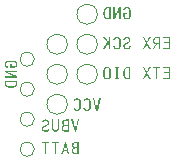
<source format=gbr>
%TF.GenerationSoftware,KiCad,Pcbnew,9.0.2*%
%TF.CreationDate,2025-06-15T10:44:02-04:00*%
%TF.ProjectId,WristWatch,57726973-7457-4617-9463-682e6b696361,rev?*%
%TF.SameCoordinates,Original*%
%TF.FileFunction,Legend,Bot*%
%TF.FilePolarity,Positive*%
%FSLAX46Y46*%
G04 Gerber Fmt 4.6, Leading zero omitted, Abs format (unit mm)*
G04 Created by KiCad (PCBNEW 9.0.2) date 2025-06-15 10:44:02*
%MOMM*%
%LPD*%
G01*
G04 APERTURE LIST*
%ADD10C,0.100000*%
%ADD11C,0.120000*%
G04 APERTURE END LIST*
D10*
G36*
X-8323225Y-4225000D02*
G01*
X-8598853Y-4225000D01*
X-8682750Y-4219443D01*
X-8724080Y-4211373D01*
X-8763900Y-4198438D01*
X-8801779Y-4180473D01*
X-8837356Y-4157161D01*
X-8869089Y-4128937D01*
X-8895425Y-4096284D01*
X-8915692Y-4059637D01*
X-8929008Y-4019347D01*
X-8936396Y-3977256D01*
X-8938839Y-3935389D01*
X-8938748Y-3933984D01*
X-8822702Y-3933984D01*
X-8816412Y-3988572D01*
X-8807779Y-4015311D01*
X-8794736Y-4038948D01*
X-8777532Y-4059782D01*
X-8756206Y-4078087D01*
X-8707236Y-4104710D01*
X-8654113Y-4118021D01*
X-8598853Y-4121502D01*
X-8439362Y-4121502D01*
X-8439362Y-3743719D01*
X-8598853Y-3743719D01*
X-8654113Y-3747260D01*
X-8707236Y-3760572D01*
X-8756206Y-3787133D01*
X-8777473Y-3805532D01*
X-8794736Y-3827006D01*
X-8807805Y-3851207D01*
X-8816412Y-3878053D01*
X-8822702Y-3933984D01*
X-8938748Y-3933984D01*
X-8936234Y-3895002D01*
X-8928337Y-3854300D01*
X-8914289Y-3815529D01*
X-8893349Y-3780844D01*
X-8866315Y-3750463D01*
X-8833876Y-3724851D01*
X-8797764Y-3704354D01*
X-8759748Y-3689192D01*
X-8790672Y-3673114D01*
X-8819160Y-3652800D01*
X-8844240Y-3628582D01*
X-8864650Y-3601020D01*
X-8879989Y-3570370D01*
X-8889807Y-3536662D01*
X-8896685Y-3469556D01*
X-8782096Y-3469556D01*
X-8777211Y-3517123D01*
X-8760420Y-3561880D01*
X-8746969Y-3581456D01*
X-8730378Y-3598211D01*
X-8690505Y-3623429D01*
X-8645687Y-3637412D01*
X-8598853Y-3641625D01*
X-8439362Y-3641625D01*
X-8439362Y-3298831D01*
X-8598853Y-3298831D01*
X-8645687Y-3303044D01*
X-8690505Y-3316355D01*
X-8730378Y-3341573D01*
X-8746998Y-3358883D01*
X-8760420Y-3378637D01*
X-8777211Y-3422662D01*
X-8782096Y-3469556D01*
X-8896685Y-3469556D01*
X-8896829Y-3468152D01*
X-8889136Y-3391215D01*
X-8878452Y-3354620D01*
X-8861841Y-3320568D01*
X-8839702Y-3289811D01*
X-8812199Y-3263171D01*
X-8780816Y-3240924D01*
X-8747108Y-3223299D01*
X-8711468Y-3210370D01*
X-8674385Y-3202355D01*
X-8598853Y-3196737D01*
X-8323225Y-3196737D01*
X-8323225Y-4225000D01*
G37*
G36*
X-9123303Y-4225000D02*
G01*
X-9243593Y-4225000D01*
X-9307951Y-3963354D01*
X-9610140Y-3963354D01*
X-9674498Y-4225000D01*
X-9794788Y-4225000D01*
X-9699771Y-3861261D01*
X-9584983Y-3861261D01*
X-9333169Y-3861261D01*
X-9412914Y-3539471D01*
X-9435934Y-3443667D01*
X-9459076Y-3346397D01*
X-9482096Y-3443667D01*
X-9505238Y-3539471D01*
X-9584983Y-3861261D01*
X-9699771Y-3861261D01*
X-9526182Y-3196737D01*
X-9391909Y-3196737D01*
X-9123303Y-4225000D01*
G37*
G36*
X-10240898Y-4225000D02*
G01*
X-10240898Y-3298831D01*
X-9993296Y-3298831D01*
X-9993296Y-3196737D01*
X-10603232Y-3196737D01*
X-10603232Y-3298831D01*
X-10355631Y-3298831D01*
X-10355631Y-4225000D01*
X-10240898Y-4225000D01*
G37*
G36*
X-11080116Y-4225000D02*
G01*
X-11080116Y-3298831D01*
X-10832515Y-3298831D01*
X-10832515Y-3196737D01*
X-11442450Y-3196737D01*
X-11442450Y-3298831D01*
X-11194849Y-3298831D01*
X-11194849Y-4225000D01*
X-11080116Y-4225000D01*
G37*
G36*
X-8552691Y-2320000D02*
G01*
X-8284085Y-1291737D01*
X-8404375Y-1291737D01*
X-8573696Y-1977266D01*
X-8596716Y-2073070D01*
X-8619858Y-2170279D01*
X-8642878Y-2073070D01*
X-8666020Y-1977266D01*
X-8835280Y-1291737D01*
X-8955570Y-1291737D01*
X-8686964Y-2320000D01*
X-8552691Y-2320000D01*
G37*
G36*
X-9162443Y-2320000D02*
G01*
X-9438071Y-2320000D01*
X-9521969Y-2314443D01*
X-9563299Y-2306373D01*
X-9603118Y-2293438D01*
X-9640997Y-2275473D01*
X-9676575Y-2252161D01*
X-9708307Y-2223937D01*
X-9734643Y-2191284D01*
X-9754910Y-2154637D01*
X-9768227Y-2114347D01*
X-9775615Y-2072256D01*
X-9778057Y-2030389D01*
X-9777966Y-2028984D01*
X-9661920Y-2028984D01*
X-9655631Y-2083572D01*
X-9646997Y-2110311D01*
X-9633954Y-2133948D01*
X-9616750Y-2154782D01*
X-9595425Y-2173087D01*
X-9546454Y-2199710D01*
X-9493331Y-2213021D01*
X-9438071Y-2216502D01*
X-9278581Y-2216502D01*
X-9278581Y-1838719D01*
X-9438071Y-1838719D01*
X-9493331Y-1842260D01*
X-9546454Y-1855572D01*
X-9595425Y-1882133D01*
X-9616691Y-1900532D01*
X-9633954Y-1922006D01*
X-9647024Y-1946207D01*
X-9655631Y-1973053D01*
X-9661920Y-2028984D01*
X-9777966Y-2028984D01*
X-9775452Y-1990002D01*
X-9767555Y-1949300D01*
X-9753507Y-1910529D01*
X-9732567Y-1875844D01*
X-9705534Y-1845463D01*
X-9673094Y-1819851D01*
X-9636982Y-1799354D01*
X-9598966Y-1784192D01*
X-9629890Y-1768114D01*
X-9658378Y-1747800D01*
X-9683458Y-1723582D01*
X-9703869Y-1696020D01*
X-9719207Y-1665370D01*
X-9729026Y-1631662D01*
X-9735904Y-1564556D01*
X-9621315Y-1564556D01*
X-9616430Y-1612123D01*
X-9599638Y-1656880D01*
X-9586187Y-1676456D01*
X-9569596Y-1693211D01*
X-9529723Y-1718429D01*
X-9484905Y-1732412D01*
X-9438071Y-1736625D01*
X-9278581Y-1736625D01*
X-9278581Y-1393831D01*
X-9438071Y-1393831D01*
X-9484905Y-1398044D01*
X-9529723Y-1411355D01*
X-9569596Y-1436573D01*
X-9586216Y-1453883D01*
X-9599638Y-1473637D01*
X-9616430Y-1517662D01*
X-9621315Y-1564556D01*
X-9735904Y-1564556D01*
X-9736048Y-1563152D01*
X-9728354Y-1486215D01*
X-9717670Y-1449620D01*
X-9701060Y-1415568D01*
X-9678921Y-1384811D01*
X-9651417Y-1358171D01*
X-9620034Y-1335924D01*
X-9586327Y-1318299D01*
X-9550687Y-1305370D01*
X-9513603Y-1297355D01*
X-9438071Y-1291737D01*
X-9162443Y-1291737D01*
X-9162443Y-2320000D01*
G37*
G36*
X-10298295Y-2331174D02*
G01*
X-10219221Y-2324152D01*
X-10180352Y-2314365D01*
X-10143689Y-2298995D01*
X-10109819Y-2278224D01*
X-10079331Y-2252161D01*
X-10053367Y-2221640D01*
X-10033108Y-2187803D01*
X-10018259Y-2151272D01*
X-10008623Y-2112943D01*
X-10001662Y-2033197D01*
X-10001662Y-1291737D01*
X-10117799Y-1291737D01*
X-10117799Y-2033197D01*
X-10121280Y-2083572D01*
X-10135263Y-2131810D01*
X-10162557Y-2174492D01*
X-10180669Y-2192250D01*
X-10201025Y-2205999D01*
X-10247859Y-2222791D01*
X-10298295Y-2227676D01*
X-10348609Y-2222791D01*
X-10395503Y-2205999D01*
X-10415859Y-2192250D01*
X-10433972Y-2174492D01*
X-10461266Y-2131810D01*
X-10475249Y-2083572D01*
X-10478729Y-2033197D01*
X-10478729Y-1291737D01*
X-10594867Y-1291737D01*
X-10594867Y-2033197D01*
X-10587845Y-2112943D01*
X-10578240Y-2151267D01*
X-10563359Y-2187803D01*
X-10543148Y-2221637D01*
X-10517197Y-2252161D01*
X-10486750Y-2278217D01*
X-10452839Y-2298995D01*
X-10416176Y-2314365D01*
X-10377307Y-2324152D01*
X-10298295Y-2331174D01*
G37*
G36*
X-11136109Y-2331174D02*
G01*
X-11061248Y-2326289D01*
X-11024603Y-2319333D01*
X-10988464Y-2308154D01*
X-10954026Y-2292568D01*
X-10922030Y-2272433D01*
X-10893631Y-2247864D01*
X-10870250Y-2219249D01*
X-10851775Y-2187172D01*
X-10838071Y-2152144D01*
X-10829686Y-2115368D01*
X-10826897Y-2077955D01*
X-10826897Y-2068185D01*
X-10943035Y-2068185D01*
X-10943035Y-2073742D01*
X-10947023Y-2107914D01*
X-10959094Y-2140908D01*
X-10978410Y-2170205D01*
X-11003851Y-2193421D01*
X-11033957Y-2210388D01*
X-11066805Y-2220715D01*
X-11136109Y-2227676D01*
X-11206695Y-2219982D01*
X-11240602Y-2208735D01*
X-11270381Y-2190612D01*
X-11295282Y-2166251D01*
X-11314406Y-2136085D01*
X-11326503Y-2102273D01*
X-11330526Y-2066781D01*
X-11325866Y-2029921D01*
X-11311658Y-1994057D01*
X-11290051Y-1961555D01*
X-11263420Y-1934584D01*
X-11232672Y-1912222D01*
X-11199062Y-1894040D01*
X-11128354Y-1863265D01*
X-11058439Y-1832491D01*
X-10992005Y-1795366D01*
X-10931800Y-1747800D01*
X-10905717Y-1719784D01*
X-10883562Y-1689059D01*
X-10865617Y-1655628D01*
X-10852054Y-1619084D01*
X-10843644Y-1581104D01*
X-10840880Y-1543551D01*
X-10843325Y-1506101D01*
X-10850650Y-1469424D01*
X-10862953Y-1434198D01*
X-10880081Y-1401585D01*
X-10902035Y-1371935D01*
X-10929052Y-1345593D01*
X-10959742Y-1323504D01*
X-10992677Y-1306453D01*
X-11027663Y-1294016D01*
X-11064057Y-1286120D01*
X-11138917Y-1280502D01*
X-11212312Y-1285448D01*
X-11248771Y-1292621D01*
X-11283692Y-1304316D01*
X-11316690Y-1320552D01*
X-11347318Y-1341379D01*
X-11374504Y-1366432D01*
X-11397021Y-1395235D01*
X-11414659Y-1427227D01*
X-11427063Y-1461730D01*
X-11434447Y-1497635D01*
X-11436894Y-1533721D01*
X-11436894Y-1543551D01*
X-11320756Y-1543551D01*
X-11320756Y-1537934D01*
X-11317281Y-1504981D01*
X-11306773Y-1472904D01*
X-11289587Y-1443982D01*
X-11266168Y-1420453D01*
X-11237914Y-1402806D01*
X-11206023Y-1391755D01*
X-11138917Y-1384061D01*
X-11105359Y-1386142D01*
X-11071018Y-1392487D01*
X-11038572Y-1404229D01*
X-11010140Y-1422529D01*
X-10986828Y-1446874D01*
X-10969596Y-1477117D01*
X-10959057Y-1510399D01*
X-10955613Y-1543551D01*
X-10960312Y-1581583D01*
X-10974481Y-1617679D01*
X-10995994Y-1650237D01*
X-11022047Y-1677152D01*
X-11052344Y-1699457D01*
X-11086405Y-1717758D01*
X-11157053Y-1748532D01*
X-11227028Y-1779307D01*
X-11294195Y-1816371D01*
X-11354340Y-1863937D01*
X-11380423Y-1891952D01*
X-11402578Y-1922677D01*
X-11420589Y-1956008D01*
X-11434085Y-1991920D01*
X-11442482Y-2029275D01*
X-11445259Y-2066781D01*
X-11442624Y-2105483D01*
X-11434757Y-2143046D01*
X-11421671Y-2178897D01*
X-11403310Y-2212288D01*
X-11379902Y-2242334D01*
X-11351531Y-2268281D01*
X-11319579Y-2289662D01*
X-11285769Y-2306017D01*
X-11250047Y-2317856D01*
X-11212312Y-2325556D01*
X-11136109Y-2331174D01*
G37*
G36*
X-6724909Y-542000D02*
G01*
X-6456303Y486262D01*
X-6576593Y486262D01*
X-6745914Y-199266D01*
X-6768934Y-295070D01*
X-6792076Y-392279D01*
X-6815096Y-295070D01*
X-6838238Y-199266D01*
X-7007498Y486262D01*
X-7127788Y486262D01*
X-6859182Y-542000D01*
X-6724909Y-542000D01*
G37*
G36*
X-7627081Y-553174D02*
G01*
X-7546603Y-546152D01*
X-7507588Y-536561D01*
X-7470338Y-521727D01*
X-7435814Y-501471D01*
X-7404637Y-475565D01*
X-7377828Y-445061D01*
X-7356338Y-411207D01*
X-7340435Y-374459D01*
X-7330448Y-335614D01*
X-7323487Y-255197D01*
X-7323487Y199460D01*
X-7330448Y279938D01*
X-7340437Y318773D01*
X-7356338Y355470D01*
X-7377828Y389323D01*
X-7404637Y419828D01*
X-7435821Y445769D01*
X-7470338Y465990D01*
X-7507587Y480838D01*
X-7546603Y490475D01*
X-7627081Y497497D01*
X-7701880Y492551D01*
X-7738436Y485397D01*
X-7773932Y473683D01*
X-7807672Y457441D01*
X-7839023Y436620D01*
X-7866706Y411391D01*
X-7889398Y382031D01*
X-7907205Y349399D01*
X-7920172Y314193D01*
X-7928052Y277448D01*
X-7930675Y240065D01*
X-7930675Y234448D01*
X-7814537Y234448D01*
X-7814537Y238661D01*
X-7810905Y271684D01*
X-7799822Y304423D01*
X-7781937Y333882D01*
X-7757873Y357546D01*
X-7728911Y375189D01*
X-7696324Y386244D01*
X-7627081Y393938D01*
X-7575973Y389725D01*
X-7550951Y383434D01*
X-7527735Y372933D01*
X-7487191Y341487D01*
X-7470861Y321482D01*
X-7458492Y299538D01*
X-7443777Y251239D01*
X-7439625Y199460D01*
X-7439625Y-255197D01*
X-7443777Y-306977D01*
X-7458492Y-355215D01*
X-7470858Y-377169D01*
X-7487191Y-397225D01*
X-7527735Y-428671D01*
X-7550946Y-439140D01*
X-7575973Y-445463D01*
X-7627081Y-449676D01*
X-7696324Y-441982D01*
X-7728911Y-430927D01*
X-7757873Y-413284D01*
X-7781940Y-389571D01*
X-7799822Y-360100D01*
X-7810907Y-327368D01*
X-7814537Y-294398D01*
X-7814537Y-290185D01*
X-7930675Y-290185D01*
X-7930675Y-295742D01*
X-7928051Y-333178D01*
X-7920172Y-369930D01*
X-7907207Y-405146D01*
X-7889398Y-437830D01*
X-7866710Y-467140D01*
X-7839023Y-492357D01*
X-7807672Y-513179D01*
X-7773932Y-529421D01*
X-7738436Y-541135D01*
X-7701880Y-548289D01*
X-7627081Y-553174D01*
G37*
G36*
X-8466299Y-553174D02*
G01*
X-8385821Y-546152D01*
X-8346806Y-536561D01*
X-8309557Y-521727D01*
X-8275032Y-501471D01*
X-8243855Y-475565D01*
X-8217046Y-445061D01*
X-8195556Y-411207D01*
X-8179653Y-374459D01*
X-8169667Y-335614D01*
X-8162706Y-255197D01*
X-8162706Y199460D01*
X-8169667Y279938D01*
X-8179655Y318773D01*
X-8195556Y355470D01*
X-8217046Y389323D01*
X-8243855Y419828D01*
X-8275039Y445769D01*
X-8309557Y465990D01*
X-8346805Y480838D01*
X-8385821Y490475D01*
X-8466299Y497497D01*
X-8541099Y492551D01*
X-8577654Y485397D01*
X-8613151Y473683D01*
X-8646891Y457441D01*
X-8678241Y436620D01*
X-8705924Y411391D01*
X-8728616Y382031D01*
X-8746423Y349399D01*
X-8759391Y314193D01*
X-8767270Y277448D01*
X-8769893Y240065D01*
X-8769893Y234448D01*
X-8653756Y234448D01*
X-8653756Y238661D01*
X-8650124Y271684D01*
X-8639040Y304423D01*
X-8621155Y333882D01*
X-8597092Y357546D01*
X-8568129Y375189D01*
X-8535542Y386244D01*
X-8466299Y393938D01*
X-8415192Y389725D01*
X-8390169Y383434D01*
X-8366954Y372933D01*
X-8326409Y341487D01*
X-8310079Y321482D01*
X-8297711Y299538D01*
X-8282995Y251239D01*
X-8278843Y199460D01*
X-8278843Y-255197D01*
X-8282995Y-306977D01*
X-8297711Y-355215D01*
X-8310076Y-377169D01*
X-8326409Y-397225D01*
X-8366954Y-428671D01*
X-8390165Y-439140D01*
X-8415192Y-445463D01*
X-8466299Y-449676D01*
X-8535542Y-441982D01*
X-8568129Y-430927D01*
X-8597092Y-413284D01*
X-8621158Y-389571D01*
X-8639040Y-360100D01*
X-8650125Y-327368D01*
X-8653756Y-294398D01*
X-8653756Y-290185D01*
X-8769893Y-290185D01*
X-8769893Y-295742D01*
X-8767269Y-333178D01*
X-8759391Y-369930D01*
X-8746426Y-405146D01*
X-8728616Y-437830D01*
X-8705928Y-467140D01*
X-8678241Y-492357D01*
X-8646891Y-513179D01*
X-8613151Y-529421D01*
X-8577654Y-541135D01*
X-8541099Y-548289D01*
X-8466299Y-553174D01*
G37*
G36*
X-609805Y2125000D02*
G01*
X-609805Y3153262D01*
X-1191775Y3153262D01*
X-1191775Y3051168D01*
X-725881Y3051168D01*
X-725881Y2711182D01*
X-1102260Y2711182D01*
X-1102260Y2607684D01*
X-725881Y2607684D01*
X-725881Y2228497D01*
X-1191775Y2228497D01*
X-1191775Y2125000D01*
X-609805Y2125000D01*
G37*
G36*
X-1677024Y2125000D02*
G01*
X-1677024Y3051168D01*
X-1429423Y3051168D01*
X-1429423Y3153262D01*
X-2039358Y3153262D01*
X-2039358Y3051168D01*
X-1791757Y3051168D01*
X-1791757Y2125000D01*
X-1677024Y2125000D01*
G37*
G36*
X-2383375Y2125000D02*
G01*
X-2254659Y2125000D01*
X-2513434Y2638459D01*
X-2254659Y3153262D01*
X-2383375Y3153262D01*
X-2573640Y2761557D01*
X-2763905Y3153262D01*
X-2892621Y3153262D01*
X-2633784Y2638459D01*
X-2892621Y2125000D01*
X-2763905Y2125000D01*
X-2573640Y2516704D01*
X-2383375Y2125000D01*
G37*
G36*
X-3955444Y2125000D02*
G01*
X-4190466Y2125000D01*
X-4261846Y2129884D01*
X-4296223Y2137205D01*
X-4329685Y2149485D01*
X-4361542Y2165949D01*
X-4391234Y2185877D01*
X-4418551Y2208964D01*
X-4443013Y2234787D01*
X-4484290Y2293527D01*
X-4515737Y2357885D01*
X-4537413Y2425785D01*
X-4550724Y2496432D01*
X-4557746Y2567751D01*
X-4559823Y2639863D01*
X-4443746Y2639863D01*
X-4442342Y2584542D01*
X-4438129Y2530687D01*
X-4430435Y2477503D01*
X-4417124Y2425052D01*
X-4397523Y2374005D01*
X-4371633Y2326439D01*
X-4337378Y2285162D01*
X-4294697Y2252311D01*
X-4270646Y2240619D01*
X-4244322Y2233382D01*
X-4190466Y2228497D01*
X-4071581Y2228497D01*
X-4071581Y3051168D01*
X-4190466Y3051168D01*
X-4244322Y3045551D01*
X-4270660Y3037804D01*
X-4294697Y3025950D01*
X-4337378Y2993100D01*
X-4371633Y2951823D01*
X-4397523Y2904256D01*
X-4417124Y2853210D01*
X-4430435Y2800697D01*
X-4438129Y2747575D01*
X-4442342Y2693719D01*
X-4443746Y2639863D01*
X-4559823Y2639863D01*
X-4557746Y2710450D01*
X-4550724Y2781830D01*
X-4537413Y2852477D01*
X-4515737Y2920315D01*
X-4484290Y2984673D01*
X-4443013Y3043475D01*
X-4418547Y3069347D01*
X-4391234Y3092445D01*
X-4361539Y3112360D01*
X-4329685Y3128777D01*
X-4296223Y3141057D01*
X-4261846Y3148377D01*
X-4190466Y3153262D01*
X-3955444Y3153262D01*
X-3955444Y2125000D01*
G37*
G36*
X-4899625Y2125000D02*
G01*
X-4899625Y2228497D01*
X-5033898Y2228497D01*
X-5033898Y3051168D01*
X-4899625Y3051168D01*
X-4899625Y3153262D01*
X-5282965Y3153262D01*
X-5282965Y3051168D01*
X-5148631Y3051168D01*
X-5148631Y2228497D01*
X-5282965Y2228497D01*
X-5282965Y2125000D01*
X-4899625Y2125000D01*
G37*
G36*
X-5849303Y3157475D02*
G01*
X-5809675Y3147973D01*
X-5772366Y3133661D01*
X-5737749Y3114046D01*
X-5705932Y3088232D01*
X-5678584Y3057682D01*
X-5656961Y3023874D01*
X-5640926Y2987089D01*
X-5630400Y2947609D01*
X-5622706Y2866460D01*
X-5622706Y2411802D01*
X-5630400Y2330652D01*
X-5640921Y2291216D01*
X-5656961Y2254387D01*
X-5678584Y2220579D01*
X-5705932Y2190029D01*
X-5737742Y2164251D01*
X-5772366Y2144600D01*
X-5809676Y2130303D01*
X-5849303Y2120847D01*
X-5930513Y2113825D01*
X-6011602Y2120847D01*
X-6051272Y2130307D01*
X-6088538Y2144600D01*
X-6123214Y2164255D01*
X-6155034Y2190029D01*
X-6182418Y2220586D01*
X-6204004Y2254387D01*
X-6220044Y2291216D01*
X-6230566Y2330652D01*
X-6238259Y2411802D01*
X-6238259Y2866460D01*
X-6122183Y2866460D01*
X-6122183Y2411802D01*
X-6117970Y2359351D01*
X-6102521Y2310380D01*
X-6089499Y2288442D01*
X-6072480Y2268370D01*
X-6052490Y2251192D01*
X-6030531Y2237595D01*
X-6006873Y2227644D01*
X-5982232Y2221536D01*
X-5930513Y2217323D01*
X-5878673Y2221536D01*
X-5854084Y2227641D01*
X-5830435Y2237595D01*
X-5808475Y2251192D01*
X-5788486Y2268370D01*
X-5771453Y2288439D01*
X-5758383Y2310380D01*
X-5742996Y2359351D01*
X-5738844Y2411802D01*
X-5738844Y2866460D01*
X-5742996Y2918911D01*
X-5758383Y2967882D01*
X-5771460Y2989862D01*
X-5788486Y3009891D01*
X-5808475Y3027069D01*
X-5830435Y3040666D01*
X-5854088Y3050652D01*
X-5878673Y3056725D01*
X-5930513Y3060938D01*
X-5982232Y3056725D01*
X-6006869Y3050650D01*
X-6030531Y3040666D01*
X-6052490Y3027069D01*
X-6072480Y3009891D01*
X-6089492Y2989860D01*
X-6102521Y2967882D01*
X-6117970Y2918911D01*
X-6122183Y2866460D01*
X-6238259Y2866460D01*
X-6230566Y2947609D01*
X-6220040Y2987089D01*
X-6204004Y3023874D01*
X-6182418Y3057675D01*
X-6155034Y3088232D01*
X-6123207Y3114042D01*
X-6088538Y3133661D01*
X-6051273Y3147969D01*
X-6011602Y3157475D01*
X-5930513Y3164497D01*
X-5849303Y3157475D01*
G37*
G36*
X-13543825Y3384713D02*
G01*
X-13550847Y3465130D01*
X-13560438Y3504145D01*
X-13575272Y3541395D01*
X-13595564Y3575849D01*
X-13621434Y3606485D01*
X-13651889Y3632708D01*
X-13685792Y3654052D01*
X-13722540Y3669954D01*
X-13761385Y3679941D01*
X-13841802Y3686902D01*
X-14296460Y3686902D01*
X-14376938Y3679941D01*
X-14415773Y3669952D01*
X-14452470Y3654052D01*
X-14486323Y3632562D01*
X-14516828Y3605753D01*
X-14542769Y3574569D01*
X-14562990Y3540051D01*
X-14577838Y3502803D01*
X-14587475Y3463786D01*
X-14594497Y3383308D01*
X-14589551Y3308509D01*
X-14582397Y3271954D01*
X-14570683Y3236457D01*
X-14554441Y3202717D01*
X-14533620Y3171367D01*
X-14508391Y3143684D01*
X-14479031Y3120992D01*
X-14446399Y3103185D01*
X-14411193Y3090217D01*
X-14374448Y3082338D01*
X-14337065Y3079714D01*
X-14331448Y3079714D01*
X-14331448Y3195852D01*
X-14335661Y3195852D01*
X-14368684Y3199484D01*
X-14401423Y3210568D01*
X-14430882Y3228453D01*
X-14454546Y3252516D01*
X-14472189Y3281479D01*
X-14483244Y3314066D01*
X-14490938Y3383308D01*
X-14486725Y3434416D01*
X-14480434Y3459438D01*
X-14469933Y3482654D01*
X-14438487Y3523198D01*
X-14418482Y3539528D01*
X-14396538Y3551897D01*
X-14348239Y3566613D01*
X-14296460Y3570765D01*
X-13841802Y3570765D01*
X-13790022Y3566613D01*
X-13741784Y3551897D01*
X-13719780Y3539680D01*
X-13699774Y3523931D01*
X-13682471Y3505191D01*
X-13668328Y3484059D01*
X-13657862Y3460839D01*
X-13651536Y3435760D01*
X-13647323Y3384713D01*
X-13651536Y3333666D01*
X-13657864Y3308596D01*
X-13668328Y3285428D01*
X-13682478Y3264256D01*
X-13699774Y3245555D01*
X-13719785Y3229758D01*
X-13741784Y3217529D01*
X-13790022Y3202874D01*
X-13841802Y3198661D01*
X-14012466Y3198661D01*
X-14012466Y3379095D01*
X-14116025Y3379095D01*
X-14116025Y3082523D01*
X-13841802Y3082523D01*
X-13761385Y3089545D01*
X-13722545Y3099500D01*
X-13685792Y3115435D01*
X-13651895Y3136743D01*
X-13621434Y3163001D01*
X-13595567Y3193588D01*
X-13575272Y3228031D01*
X-13560438Y3265281D01*
X-13550847Y3304296D01*
X-13543825Y3384713D01*
G37*
G36*
X-13555000Y2836510D02*
G01*
X-14583262Y2836510D01*
X-14583262Y2693811D01*
X-13720108Y2345459D01*
X-13945300Y2353825D01*
X-14171957Y2359442D01*
X-14583262Y2359442D01*
X-14583262Y2243305D01*
X-13555000Y2243305D01*
X-13555000Y2386004D01*
X-14418215Y2734355D01*
X-14192962Y2725990D01*
X-13966304Y2720372D01*
X-13555000Y2720372D01*
X-13555000Y2836510D01*
G37*
G36*
X-13555000Y1762269D02*
G01*
X-13559884Y1690889D01*
X-13567205Y1656511D01*
X-13579485Y1623050D01*
X-13595949Y1591193D01*
X-13615877Y1561501D01*
X-13638964Y1534184D01*
X-13664787Y1509721D01*
X-13723527Y1468444D01*
X-13787885Y1436998D01*
X-13855785Y1415322D01*
X-13926432Y1402010D01*
X-13997751Y1394988D01*
X-14069863Y1392912D01*
X-14140450Y1394988D01*
X-14211830Y1402010D01*
X-14282477Y1415322D01*
X-14350315Y1436998D01*
X-14414673Y1468444D01*
X-14473475Y1509721D01*
X-14499347Y1534188D01*
X-14522445Y1561501D01*
X-14542360Y1591196D01*
X-14558777Y1623050D01*
X-14571057Y1656511D01*
X-14578377Y1690889D01*
X-14583262Y1762269D01*
X-14481168Y1762269D01*
X-14475551Y1708413D01*
X-14467804Y1682075D01*
X-14455950Y1658038D01*
X-14423100Y1615357D01*
X-14381823Y1581101D01*
X-14334256Y1555212D01*
X-14283210Y1535611D01*
X-14230697Y1522300D01*
X-14177575Y1514606D01*
X-14123719Y1510393D01*
X-14069863Y1508989D01*
X-14014542Y1510393D01*
X-13960687Y1514606D01*
X-13907503Y1522300D01*
X-13855052Y1535611D01*
X-13804005Y1555212D01*
X-13756439Y1581101D01*
X-13715162Y1615357D01*
X-13682311Y1658038D01*
X-13670619Y1682088D01*
X-13663382Y1708413D01*
X-13658497Y1762269D01*
X-13658497Y1881154D01*
X-14481168Y1881154D01*
X-14481168Y1762269D01*
X-14583262Y1762269D01*
X-14583262Y1997291D01*
X-13555000Y1997291D01*
X-13555000Y1762269D01*
G37*
G36*
X-609805Y4665000D02*
G01*
X-609805Y5693262D01*
X-1191775Y5693262D01*
X-1191775Y5591168D01*
X-725881Y5591168D01*
X-725881Y5251182D01*
X-1102260Y5251182D01*
X-1102260Y5147684D01*
X-725881Y5147684D01*
X-725881Y4768497D01*
X-1191775Y4768497D01*
X-1191775Y4665000D01*
X-609805Y4665000D01*
G37*
G36*
X-1437788Y4665000D02*
G01*
X-1553926Y4665000D01*
X-1553926Y5087479D01*
X-1704990Y5087479D01*
X-1935861Y4665000D01*
X-2064577Y4665000D01*
X-1830958Y5091692D01*
X-1878291Y5105980D01*
X-1923221Y5129488D01*
X-1962740Y5161083D01*
X-1993929Y5199403D01*
X-2016982Y5243251D01*
X-2031665Y5291055D01*
X-2039564Y5340740D01*
X-2042167Y5389668D01*
X-1926091Y5389668D01*
X-1923282Y5341430D01*
X-1912047Y5293864D01*
X-1888966Y5250450D01*
X-1872863Y5231722D01*
X-1853978Y5216195D01*
X-1832821Y5204135D01*
X-1809892Y5195922D01*
X-1760983Y5189633D01*
X-1553926Y5189633D01*
X-1553926Y5591168D01*
X-1760983Y5591168D01*
X-1809892Y5584879D01*
X-1832817Y5576653D01*
X-1853978Y5564546D01*
X-1872863Y5549019D01*
X-1888966Y5530291D01*
X-1912047Y5486938D01*
X-1923282Y5439371D01*
X-1926091Y5389668D01*
X-2042167Y5389668D01*
X-2035878Y5468009D01*
X-2027286Y5506423D01*
X-2014201Y5542869D01*
X-1996085Y5577045D01*
X-1972192Y5608632D01*
X-1943756Y5636192D01*
X-1912047Y5658274D01*
X-1877229Y5674851D01*
X-1839324Y5685568D01*
X-1760983Y5693262D01*
X-1437788Y5693262D01*
X-1437788Y4665000D01*
G37*
G36*
X-2383375Y4665000D02*
G01*
X-2254659Y4665000D01*
X-2513434Y5178459D01*
X-2254659Y5693262D01*
X-2383375Y5693262D01*
X-2573640Y5301557D01*
X-2763905Y5693262D01*
X-2892621Y5693262D01*
X-2633784Y5178459D01*
X-2892621Y4665000D01*
X-2763905Y4665000D01*
X-2573640Y5056704D01*
X-2383375Y4665000D01*
G37*
G36*
X-4250672Y4653825D02*
G01*
X-4175812Y4658710D01*
X-4139166Y4665666D01*
X-4103027Y4676845D01*
X-4068590Y4692431D01*
X-4036593Y4712566D01*
X-4008194Y4737135D01*
X-3984814Y4765750D01*
X-3966338Y4797827D01*
X-3952635Y4832855D01*
X-3944249Y4869631D01*
X-3941461Y4907044D01*
X-3941461Y4916814D01*
X-4057598Y4916814D01*
X-4057598Y4911257D01*
X-4061586Y4877085D01*
X-4073657Y4844091D01*
X-4092974Y4814794D01*
X-4118415Y4791578D01*
X-4148521Y4774611D01*
X-4181368Y4764284D01*
X-4250672Y4757323D01*
X-4321258Y4765017D01*
X-4355165Y4776264D01*
X-4384945Y4794387D01*
X-4409845Y4818748D01*
X-4428969Y4848914D01*
X-4441066Y4882726D01*
X-4445089Y4918218D01*
X-4440429Y4955078D01*
X-4426222Y4990942D01*
X-4404615Y5023444D01*
X-4377984Y5050415D01*
X-4347235Y5072777D01*
X-4313626Y5090959D01*
X-4242917Y5121734D01*
X-4173003Y5152508D01*
X-4106569Y5189633D01*
X-4046363Y5237199D01*
X-4020280Y5265215D01*
X-3998125Y5295940D01*
X-3980181Y5329371D01*
X-3966618Y5365915D01*
X-3958208Y5403895D01*
X-3955444Y5441448D01*
X-3957889Y5478898D01*
X-3965213Y5515575D01*
X-3977517Y5550801D01*
X-3994645Y5583414D01*
X-4016599Y5613064D01*
X-4043615Y5639406D01*
X-4074306Y5661495D01*
X-4107241Y5678546D01*
X-4142227Y5690983D01*
X-4178620Y5698879D01*
X-4253481Y5704497D01*
X-4326876Y5699551D01*
X-4363335Y5692378D01*
X-4398256Y5680683D01*
X-4431253Y5664447D01*
X-4461881Y5643620D01*
X-4489067Y5618567D01*
X-4511585Y5589764D01*
X-4529222Y5557772D01*
X-4541626Y5523269D01*
X-4549010Y5487364D01*
X-4551457Y5451278D01*
X-4551457Y5441448D01*
X-4435320Y5441448D01*
X-4435320Y5447065D01*
X-4431845Y5480018D01*
X-4421337Y5512095D01*
X-4404151Y5541017D01*
X-4380731Y5564546D01*
X-4352478Y5582193D01*
X-4320587Y5593244D01*
X-4253481Y5600938D01*
X-4219923Y5598857D01*
X-4185581Y5592512D01*
X-4153135Y5580770D01*
X-4124704Y5562470D01*
X-4101392Y5538125D01*
X-4084160Y5507882D01*
X-4073620Y5474600D01*
X-4070177Y5441448D01*
X-4074876Y5403416D01*
X-4089044Y5367320D01*
X-4110557Y5334762D01*
X-4136611Y5307847D01*
X-4166908Y5285542D01*
X-4200969Y5267241D01*
X-4271616Y5236467D01*
X-4341592Y5205692D01*
X-4408758Y5168628D01*
X-4468903Y5121062D01*
X-4494986Y5093047D01*
X-4517141Y5062322D01*
X-4535153Y5028991D01*
X-4548648Y4993079D01*
X-4557045Y4955724D01*
X-4559823Y4918218D01*
X-4557188Y4879516D01*
X-4549320Y4841953D01*
X-4536234Y4806102D01*
X-4517874Y4772711D01*
X-4494466Y4742665D01*
X-4466094Y4716718D01*
X-4434143Y4695337D01*
X-4400332Y4678982D01*
X-4364611Y4667143D01*
X-4326876Y4659443D01*
X-4250672Y4653825D01*
G37*
G36*
X-5087082Y4653825D02*
G01*
X-5006604Y4660847D01*
X-4967589Y4670438D01*
X-4930339Y4685272D01*
X-4895815Y4705528D01*
X-4864638Y4731434D01*
X-4837828Y4761938D01*
X-4816339Y4795792D01*
X-4800436Y4832540D01*
X-4790449Y4871385D01*
X-4783488Y4951802D01*
X-4783488Y5406460D01*
X-4790449Y5486938D01*
X-4800438Y5525773D01*
X-4816339Y5562470D01*
X-4837828Y5596323D01*
X-4864638Y5626828D01*
X-4895821Y5652769D01*
X-4930339Y5672990D01*
X-4967588Y5687838D01*
X-5006604Y5697475D01*
X-5087082Y5704497D01*
X-5161881Y5699551D01*
X-5198436Y5692397D01*
X-5233933Y5680683D01*
X-5267673Y5664441D01*
X-5299023Y5643620D01*
X-5326706Y5618391D01*
X-5349399Y5589031D01*
X-5367206Y5556399D01*
X-5380173Y5521193D01*
X-5388052Y5484448D01*
X-5390676Y5447065D01*
X-5390676Y5441448D01*
X-5274538Y5441448D01*
X-5274538Y5445661D01*
X-5270906Y5478684D01*
X-5259823Y5511423D01*
X-5241938Y5540882D01*
X-5217874Y5564546D01*
X-5188911Y5582189D01*
X-5156325Y5593244D01*
X-5087082Y5600938D01*
X-5035974Y5596725D01*
X-5010952Y5590434D01*
X-4987736Y5579933D01*
X-4947192Y5548487D01*
X-4930862Y5528482D01*
X-4918493Y5506538D01*
X-4903778Y5458239D01*
X-4899625Y5406460D01*
X-4899625Y4951802D01*
X-4903778Y4900022D01*
X-4918493Y4851784D01*
X-4930859Y4829830D01*
X-4947192Y4809774D01*
X-4987736Y4778328D01*
X-5010947Y4767859D01*
X-5035974Y4761536D01*
X-5087082Y4757323D01*
X-5156325Y4765017D01*
X-5188911Y4776072D01*
X-5217874Y4793715D01*
X-5241940Y4817428D01*
X-5259823Y4846899D01*
X-5270908Y4879631D01*
X-5274538Y4912601D01*
X-5274538Y4916814D01*
X-5390676Y4916814D01*
X-5390676Y4911257D01*
X-5388051Y4873821D01*
X-5380173Y4837069D01*
X-5367208Y4801853D01*
X-5349399Y4769169D01*
X-5326711Y4739859D01*
X-5299023Y4714642D01*
X-5267673Y4693820D01*
X-5233933Y4677578D01*
X-5198436Y4665864D01*
X-5161881Y4658710D01*
X-5087082Y4653825D01*
G37*
G36*
X-6245281Y4665000D02*
G01*
X-6116565Y4665000D01*
X-5857729Y5130893D01*
X-5775175Y5013351D01*
X-5775175Y4665000D01*
X-5660503Y4665000D01*
X-5660503Y5693262D01*
X-5775175Y5693262D01*
X-5775175Y5193846D01*
X-6110948Y5693262D01*
X-6245281Y5693262D01*
X-5923491Y5227430D01*
X-6245281Y4665000D01*
G37*
G36*
X-4246458Y7193825D02*
G01*
X-4166041Y7200847D01*
X-4127026Y7210438D01*
X-4089776Y7225272D01*
X-4055322Y7245564D01*
X-4024686Y7271434D01*
X-3998463Y7301889D01*
X-3977119Y7335792D01*
X-3961217Y7372540D01*
X-3951230Y7411385D01*
X-3944269Y7491802D01*
X-3944269Y7946460D01*
X-3951230Y8026938D01*
X-3961219Y8065773D01*
X-3977119Y8102470D01*
X-3998609Y8136323D01*
X-4025418Y8166828D01*
X-4056602Y8192769D01*
X-4091120Y8212990D01*
X-4128368Y8227838D01*
X-4167385Y8237475D01*
X-4247863Y8244497D01*
X-4322662Y8239551D01*
X-4359217Y8232397D01*
X-4394714Y8220683D01*
X-4428454Y8204441D01*
X-4459804Y8183620D01*
X-4487487Y8158391D01*
X-4510179Y8129031D01*
X-4527986Y8096399D01*
X-4540954Y8061193D01*
X-4548833Y8024448D01*
X-4551457Y7987065D01*
X-4551457Y7981448D01*
X-4435319Y7981448D01*
X-4435319Y7985661D01*
X-4431687Y8018684D01*
X-4420603Y8051423D01*
X-4402718Y8080882D01*
X-4378655Y8104546D01*
X-4349692Y8122189D01*
X-4317105Y8133244D01*
X-4247863Y8140938D01*
X-4196755Y8136725D01*
X-4171733Y8130434D01*
X-4148517Y8119933D01*
X-4107973Y8088487D01*
X-4091643Y8068482D01*
X-4079274Y8046538D01*
X-4064558Y7998239D01*
X-4060406Y7946460D01*
X-4060406Y7491802D01*
X-4064558Y7440022D01*
X-4079274Y7391784D01*
X-4091491Y7369780D01*
X-4107240Y7349774D01*
X-4125980Y7332471D01*
X-4147112Y7318328D01*
X-4170332Y7307862D01*
X-4195411Y7301536D01*
X-4246458Y7297323D01*
X-4297505Y7301536D01*
X-4322575Y7307864D01*
X-4345743Y7318328D01*
X-4366915Y7332478D01*
X-4385616Y7349774D01*
X-4401413Y7369785D01*
X-4413642Y7391784D01*
X-4428297Y7440022D01*
X-4432510Y7491802D01*
X-4432510Y7662466D01*
X-4252076Y7662466D01*
X-4252076Y7766025D01*
X-4548648Y7766025D01*
X-4548648Y7491802D01*
X-4541626Y7411385D01*
X-4531671Y7372545D01*
X-4515736Y7335792D01*
X-4494428Y7301895D01*
X-4468170Y7271434D01*
X-4437583Y7245567D01*
X-4403140Y7225272D01*
X-4365890Y7210438D01*
X-4326875Y7200847D01*
X-4246458Y7193825D01*
G37*
G36*
X-4794661Y7205000D02*
G01*
X-4794661Y8233262D01*
X-4937360Y8233262D01*
X-5285712Y7370108D01*
X-5277346Y7595300D01*
X-5271729Y7821957D01*
X-5271729Y8233262D01*
X-5387866Y8233262D01*
X-5387866Y7205000D01*
X-5245167Y7205000D01*
X-4896816Y8068215D01*
X-4905181Y7842962D01*
X-4910799Y7616304D01*
X-4910799Y7205000D01*
X-4794661Y7205000D01*
G37*
G36*
X-5633880Y7205000D02*
G01*
X-5868902Y7205000D01*
X-5940282Y7209884D01*
X-5974660Y7217205D01*
X-6008121Y7229485D01*
X-6039978Y7245949D01*
X-6069670Y7265877D01*
X-6096987Y7288964D01*
X-6121450Y7314787D01*
X-6162727Y7373527D01*
X-6194173Y7437885D01*
X-6215849Y7505785D01*
X-6229161Y7576432D01*
X-6236183Y7647751D01*
X-6238259Y7719863D01*
X-6122182Y7719863D01*
X-6120778Y7664542D01*
X-6116565Y7610687D01*
X-6108871Y7557503D01*
X-6095560Y7505052D01*
X-6075959Y7454005D01*
X-6050070Y7406439D01*
X-6015814Y7365162D01*
X-5973133Y7332311D01*
X-5949083Y7320619D01*
X-5922758Y7313382D01*
X-5868902Y7308497D01*
X-5750017Y7308497D01*
X-5750017Y8131168D01*
X-5868902Y8131168D01*
X-5922758Y8125551D01*
X-5949096Y8117804D01*
X-5973133Y8105950D01*
X-6015814Y8073100D01*
X-6050070Y8031823D01*
X-6075959Y7984256D01*
X-6095560Y7933210D01*
X-6108871Y7880697D01*
X-6116565Y7827575D01*
X-6120778Y7773719D01*
X-6122182Y7719863D01*
X-6238259Y7719863D01*
X-6236183Y7790450D01*
X-6229161Y7861830D01*
X-6215849Y7932477D01*
X-6194173Y8000315D01*
X-6162727Y8064673D01*
X-6121450Y8123475D01*
X-6096983Y8149347D01*
X-6069670Y8172445D01*
X-6039975Y8192360D01*
X-6008121Y8208777D01*
X-5974660Y8221057D01*
X-5940282Y8228377D01*
X-5868902Y8233262D01*
X-5633880Y8233262D01*
X-5633880Y7205000D01*
G37*
D11*
%TO.C,TP6*%
X-6756400Y7620000D02*
G75*
G02*
X-8483600Y7620000I-863600J0D01*
G01*
X-8483600Y7620000D02*
G75*
G02*
X-6756400Y7620000I863600J0D01*
G01*
%TO.C,TP4*%
X-9296400Y5080000D02*
G75*
G02*
X-11023600Y5080000I-863600J0D01*
G01*
X-11023600Y5080000D02*
G75*
G02*
X-9296400Y5080000I863600J0D01*
G01*
%TO.C,J4*%
X-12090400Y1270000D02*
G75*
G02*
X-13309600Y1270000I-609600J0D01*
G01*
X-13309600Y1270000D02*
G75*
G02*
X-12090400Y1270000I609600J0D01*
G01*
%TO.C,TP2*%
X-6756400Y5080000D02*
G75*
G02*
X-8483600Y5080000I-863600J0D01*
G01*
X-8483600Y5080000D02*
G75*
G02*
X-6756400Y5080000I863600J0D01*
G01*
%TO.C,TP5*%
X-9296400Y0D02*
G75*
G02*
X-11023600Y0I-863600J0D01*
G01*
X-11023600Y0D02*
G75*
G02*
X-9296400Y0I863600J0D01*
G01*
%TO.C,J1*%
X-12090400Y-3810000D02*
G75*
G02*
X-13309600Y-3810000I-609600J0D01*
G01*
X-13309600Y-3810000D02*
G75*
G02*
X-12090400Y-3810000I609600J0D01*
G01*
%TO.C,J2*%
X-12090400Y3810000D02*
G75*
G02*
X-13309600Y3810000I-609600J0D01*
G01*
X-13309600Y3810000D02*
G75*
G02*
X-12090400Y3810000I609600J0D01*
G01*
%TO.C,J3*%
X-12090400Y-1270000D02*
G75*
G02*
X-13309600Y-1270000I-609600J0D01*
G01*
X-13309600Y-1270000D02*
G75*
G02*
X-12090400Y-1270000I609600J0D01*
G01*
%TO.C,TP3*%
X-9296400Y2540000D02*
G75*
G02*
X-11023600Y2540000I-863600J0D01*
G01*
X-11023600Y2540000D02*
G75*
G02*
X-9296400Y2540000I863600J0D01*
G01*
%TO.C,TP1*%
X-6756400Y2540000D02*
G75*
G02*
X-8483600Y2540000I-863600J0D01*
G01*
X-8483600Y2540000D02*
G75*
G02*
X-6756400Y2540000I863600J0D01*
G01*
%TD*%
M02*

</source>
